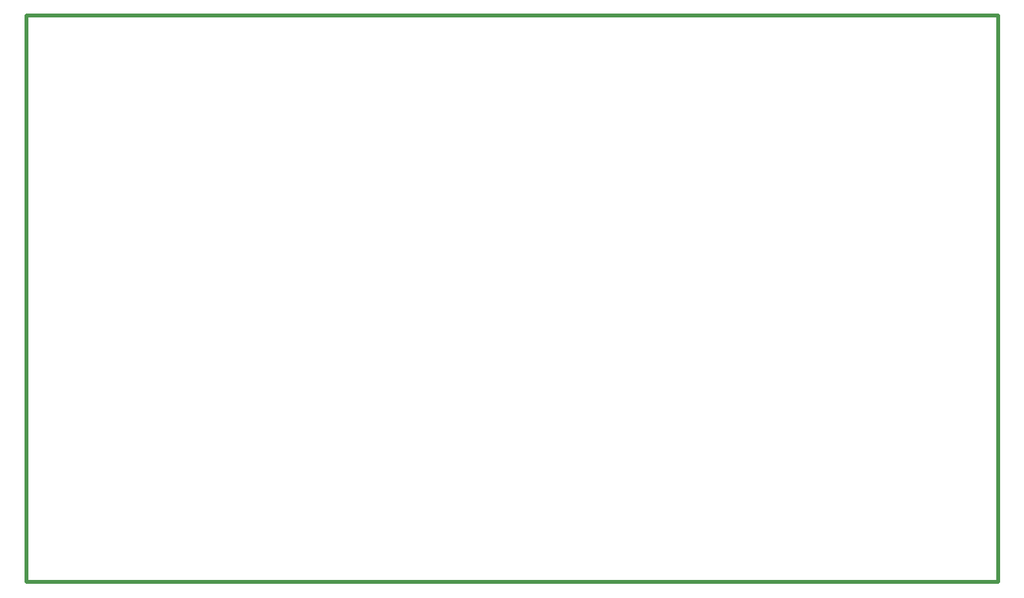
<source format=gko>
G04 Layer_Color=16711935*
%FSLAX25Y25*%
%MOIN*%
G70*
G01*
G75*
%ADD42C,0.02000*%
D42*
X217500Y452500D02*
X719500D01*
X719500Y160000D01*
X217500D02*
X719500D01*
X217500D02*
Y452500D01*
M02*

</source>
